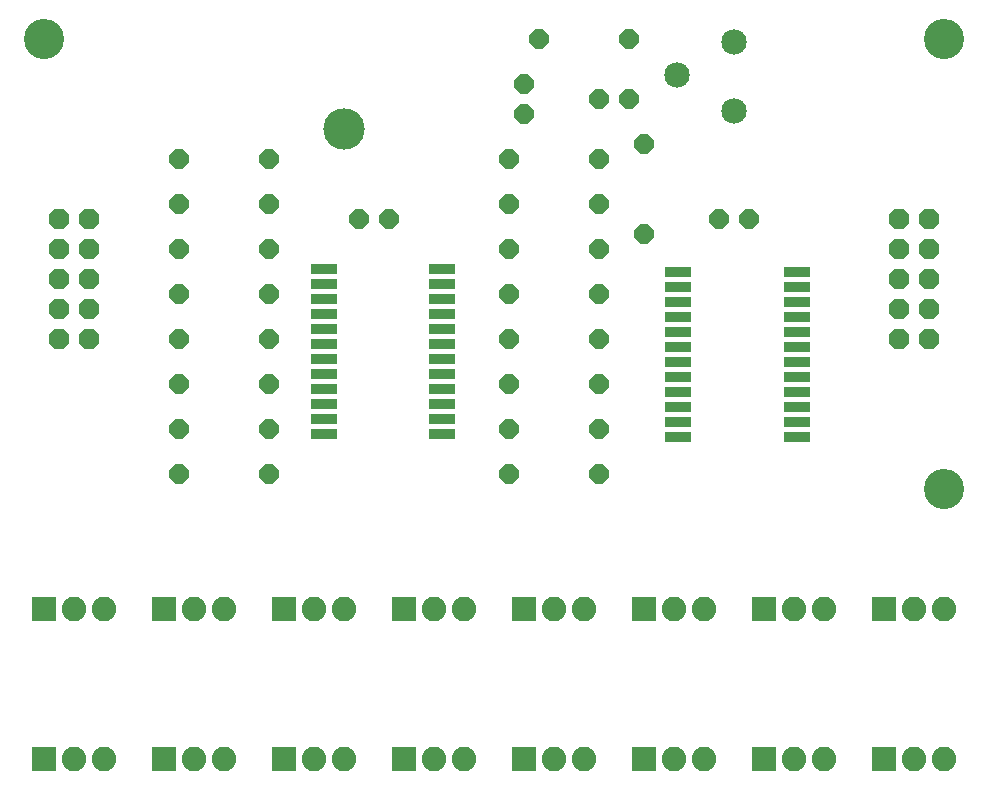
<source format=gts>
G75*
%MOIN*%
%OFA0B0*%
%FSLAX25Y25*%
%IPPOS*%
%LPD*%
%AMOC8*
5,1,8,0,0,1.08239X$1,22.5*
%
%ADD10C,0.13398*%
%ADD11C,0.13800*%
%ADD12OC8,0.06800*%
%ADD13OC8,0.06400*%
%ADD14R,0.08200X0.08200*%
%ADD15C,0.08200*%
%ADD16C,0.08477*%
%ADD17R,0.08800X0.03400*%
D10*
X0022200Y0271000D03*
X0322200Y0271000D03*
X0322200Y0121000D03*
D11*
X0122200Y0241000D03*
D12*
X0037200Y0211000D03*
X0037200Y0201000D03*
X0037200Y0191000D03*
X0037200Y0181000D03*
X0027200Y0181000D03*
X0027200Y0191000D03*
X0027200Y0201000D03*
X0027200Y0211000D03*
X0027200Y0171000D03*
X0037200Y0171000D03*
X0307200Y0171000D03*
X0317200Y0171000D03*
X0317200Y0181000D03*
X0317200Y0191000D03*
X0317200Y0201000D03*
X0317200Y0211000D03*
X0307200Y0211000D03*
X0307200Y0201000D03*
X0307200Y0191000D03*
X0307200Y0181000D03*
D13*
X0257200Y0211000D03*
X0247200Y0211000D03*
X0222200Y0206000D03*
X0207200Y0201000D03*
X0207200Y0186000D03*
X0207200Y0171000D03*
X0207200Y0156000D03*
X0207200Y0141000D03*
X0207200Y0126000D03*
X0177200Y0126000D03*
X0177200Y0141000D03*
X0177200Y0156000D03*
X0177200Y0171000D03*
X0177200Y0186000D03*
X0177200Y0201000D03*
X0177200Y0216000D03*
X0177200Y0231000D03*
X0182200Y0246000D03*
X0182200Y0256000D03*
X0187200Y0271000D03*
X0207200Y0251000D03*
X0217200Y0251000D03*
X0222200Y0236000D03*
X0207200Y0231000D03*
X0207200Y0216000D03*
X0217200Y0271000D03*
X0137200Y0211000D03*
X0127200Y0211000D03*
X0097200Y0216000D03*
X0097200Y0201000D03*
X0097200Y0186000D03*
X0097200Y0171000D03*
X0097200Y0156000D03*
X0097200Y0141000D03*
X0097200Y0126000D03*
X0067200Y0126000D03*
X0067200Y0141000D03*
X0067200Y0156000D03*
X0067200Y0171000D03*
X0067200Y0186000D03*
X0067200Y0201000D03*
X0067200Y0216000D03*
X0067200Y0231000D03*
X0097200Y0231000D03*
D14*
X0022200Y0031000D03*
X0062200Y0031000D03*
X0102200Y0031000D03*
X0142200Y0031000D03*
X0182200Y0031000D03*
X0222200Y0031000D03*
X0262200Y0031000D03*
X0302200Y0031000D03*
X0302200Y0081000D03*
X0262200Y0081000D03*
X0222200Y0081000D03*
X0182200Y0081000D03*
X0142200Y0081000D03*
X0102200Y0081000D03*
X0062200Y0081000D03*
X0022200Y0081000D03*
D15*
X0032200Y0081000D03*
X0042200Y0081000D03*
X0072200Y0081000D03*
X0082200Y0081000D03*
X0112200Y0081000D03*
X0122200Y0081000D03*
X0152200Y0081000D03*
X0162200Y0081000D03*
X0192200Y0081000D03*
X0202200Y0081000D03*
X0232200Y0081000D03*
X0242200Y0081000D03*
X0272200Y0081000D03*
X0282200Y0081000D03*
X0312200Y0081000D03*
X0322200Y0081000D03*
X0322200Y0031000D03*
X0312200Y0031000D03*
X0282200Y0031000D03*
X0272200Y0031000D03*
X0242200Y0031000D03*
X0232200Y0031000D03*
X0202200Y0031000D03*
X0192200Y0031000D03*
X0162200Y0031000D03*
X0152200Y0031000D03*
X0122200Y0031000D03*
X0112200Y0031000D03*
X0082200Y0031000D03*
X0072200Y0031000D03*
X0042200Y0031000D03*
X0032200Y0031000D03*
D16*
X0252200Y0247063D03*
X0233302Y0258874D03*
X0252200Y0269898D03*
D17*
X0233620Y0193185D03*
X0233620Y0188185D03*
X0233620Y0183185D03*
X0233620Y0178185D03*
X0233620Y0173185D03*
X0233620Y0168185D03*
X0233620Y0163185D03*
X0233620Y0158185D03*
X0233620Y0153185D03*
X0233620Y0148185D03*
X0233620Y0143185D03*
X0233620Y0138185D03*
X0273220Y0138185D03*
X0273220Y0143185D03*
X0273220Y0148185D03*
X0273220Y0153185D03*
X0273220Y0158185D03*
X0273220Y0163185D03*
X0273220Y0168185D03*
X0273220Y0173185D03*
X0273220Y0178185D03*
X0273220Y0183185D03*
X0273220Y0188185D03*
X0273220Y0193185D03*
X0155110Y0194130D03*
X0155110Y0189130D03*
X0155110Y0184130D03*
X0155110Y0179130D03*
X0155110Y0174130D03*
X0155110Y0169130D03*
X0155110Y0164130D03*
X0155110Y0159130D03*
X0155110Y0154130D03*
X0155110Y0149130D03*
X0155110Y0144130D03*
X0155110Y0139130D03*
X0115510Y0139130D03*
X0115510Y0144130D03*
X0115510Y0149130D03*
X0115510Y0154130D03*
X0115510Y0159130D03*
X0115510Y0164130D03*
X0115510Y0169130D03*
X0115510Y0174130D03*
X0115510Y0179130D03*
X0115510Y0184130D03*
X0115510Y0189130D03*
X0115510Y0194130D03*
M02*

</source>
